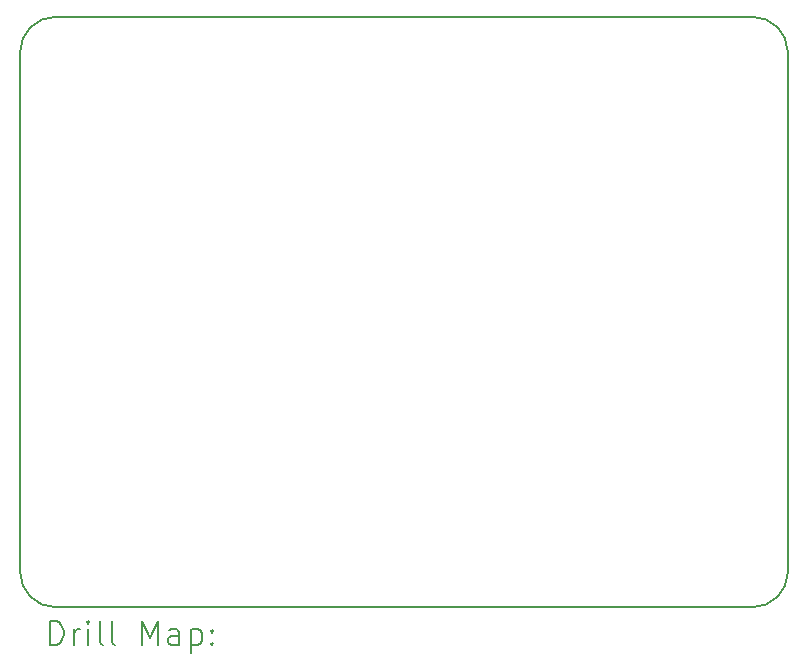
<source format=gbr>
%TF.GenerationSoftware,KiCad,Pcbnew,8.0.7*%
%TF.CreationDate,2024-12-20T21:17:21-08:00*%
%TF.ProjectId,pi-zero-serial-hat,70692d7a-6572-46f2-9d73-657269616c2d,1.0*%
%TF.SameCoordinates,Original*%
%TF.FileFunction,Drillmap*%
%TF.FilePolarity,Positive*%
%FSLAX45Y45*%
G04 Gerber Fmt 4.5, Leading zero omitted, Abs format (unit mm)*
G04 Created by KiCad (PCBNEW 8.0.7) date 2024-12-20 21:17:21*
%MOMM*%
%LPD*%
G01*
G04 APERTURE LIST*
%ADD10C,0.150000*%
%ADD11C,0.200000*%
G04 APERTURE END LIST*
D10*
X12103200Y-14106800D02*
X17903200Y-14106800D01*
X17953200Y-9106800D02*
G75*
G02*
X18253200Y-9406800I0J-300000D01*
G01*
X18253200Y-13806800D02*
G75*
G02*
X17953200Y-14106800I-300000J0D01*
G01*
X12053200Y-14106800D02*
G75*
G02*
X11753200Y-13806800I0J300000D01*
G01*
X11753200Y-9406800D02*
G75*
G02*
X12053200Y-9106800I300000J0D01*
G01*
X11753200Y-11806800D02*
X11753200Y-9406800D01*
X12053200Y-9106800D02*
X17953200Y-9106800D01*
X18253200Y-9406800D02*
X18253200Y-11806800D01*
X11753200Y-13806800D02*
X11753200Y-11806800D01*
X12103200Y-14106800D02*
X12053200Y-14106800D01*
X18253200Y-11806800D02*
X18253200Y-13806800D01*
X17953200Y-14106800D02*
X17903200Y-14106800D01*
D11*
X12006477Y-14425784D02*
X12006477Y-14225784D01*
X12006477Y-14225784D02*
X12054096Y-14225784D01*
X12054096Y-14225784D02*
X12082667Y-14235308D01*
X12082667Y-14235308D02*
X12101715Y-14254355D01*
X12101715Y-14254355D02*
X12111239Y-14273403D01*
X12111239Y-14273403D02*
X12120762Y-14311498D01*
X12120762Y-14311498D02*
X12120762Y-14340069D01*
X12120762Y-14340069D02*
X12111239Y-14378165D01*
X12111239Y-14378165D02*
X12101715Y-14397212D01*
X12101715Y-14397212D02*
X12082667Y-14416260D01*
X12082667Y-14416260D02*
X12054096Y-14425784D01*
X12054096Y-14425784D02*
X12006477Y-14425784D01*
X12206477Y-14425784D02*
X12206477Y-14292450D01*
X12206477Y-14330546D02*
X12216001Y-14311498D01*
X12216001Y-14311498D02*
X12225524Y-14301974D01*
X12225524Y-14301974D02*
X12244572Y-14292450D01*
X12244572Y-14292450D02*
X12263620Y-14292450D01*
X12330286Y-14425784D02*
X12330286Y-14292450D01*
X12330286Y-14225784D02*
X12320762Y-14235308D01*
X12320762Y-14235308D02*
X12330286Y-14244831D01*
X12330286Y-14244831D02*
X12339810Y-14235308D01*
X12339810Y-14235308D02*
X12330286Y-14225784D01*
X12330286Y-14225784D02*
X12330286Y-14244831D01*
X12454096Y-14425784D02*
X12435048Y-14416260D01*
X12435048Y-14416260D02*
X12425524Y-14397212D01*
X12425524Y-14397212D02*
X12425524Y-14225784D01*
X12558858Y-14425784D02*
X12539810Y-14416260D01*
X12539810Y-14416260D02*
X12530286Y-14397212D01*
X12530286Y-14397212D02*
X12530286Y-14225784D01*
X12787429Y-14425784D02*
X12787429Y-14225784D01*
X12787429Y-14225784D02*
X12854096Y-14368641D01*
X12854096Y-14368641D02*
X12920762Y-14225784D01*
X12920762Y-14225784D02*
X12920762Y-14425784D01*
X13101715Y-14425784D02*
X13101715Y-14321022D01*
X13101715Y-14321022D02*
X13092191Y-14301974D01*
X13092191Y-14301974D02*
X13073143Y-14292450D01*
X13073143Y-14292450D02*
X13035048Y-14292450D01*
X13035048Y-14292450D02*
X13016001Y-14301974D01*
X13101715Y-14416260D02*
X13082667Y-14425784D01*
X13082667Y-14425784D02*
X13035048Y-14425784D01*
X13035048Y-14425784D02*
X13016001Y-14416260D01*
X13016001Y-14416260D02*
X13006477Y-14397212D01*
X13006477Y-14397212D02*
X13006477Y-14378165D01*
X13006477Y-14378165D02*
X13016001Y-14359117D01*
X13016001Y-14359117D02*
X13035048Y-14349593D01*
X13035048Y-14349593D02*
X13082667Y-14349593D01*
X13082667Y-14349593D02*
X13101715Y-14340069D01*
X13196953Y-14292450D02*
X13196953Y-14492450D01*
X13196953Y-14301974D02*
X13216001Y-14292450D01*
X13216001Y-14292450D02*
X13254096Y-14292450D01*
X13254096Y-14292450D02*
X13273143Y-14301974D01*
X13273143Y-14301974D02*
X13282667Y-14311498D01*
X13282667Y-14311498D02*
X13292191Y-14330546D01*
X13292191Y-14330546D02*
X13292191Y-14387688D01*
X13292191Y-14387688D02*
X13282667Y-14406736D01*
X13282667Y-14406736D02*
X13273143Y-14416260D01*
X13273143Y-14416260D02*
X13254096Y-14425784D01*
X13254096Y-14425784D02*
X13216001Y-14425784D01*
X13216001Y-14425784D02*
X13196953Y-14416260D01*
X13377905Y-14406736D02*
X13387429Y-14416260D01*
X13387429Y-14416260D02*
X13377905Y-14425784D01*
X13377905Y-14425784D02*
X13368382Y-14416260D01*
X13368382Y-14416260D02*
X13377905Y-14406736D01*
X13377905Y-14406736D02*
X13377905Y-14425784D01*
X13377905Y-14301974D02*
X13387429Y-14311498D01*
X13387429Y-14311498D02*
X13377905Y-14321022D01*
X13377905Y-14321022D02*
X13368382Y-14311498D01*
X13368382Y-14311498D02*
X13377905Y-14301974D01*
X13377905Y-14301974D02*
X13377905Y-14321022D01*
M02*

</source>
